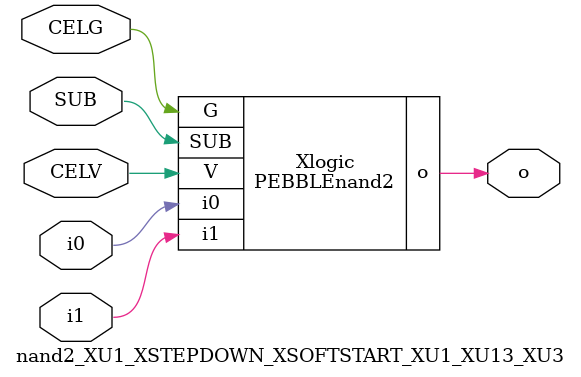
<source format=v>



module PEBBLEnand2 ( o, G, SUB, V, i0, i1 );

  input i0;
  input V;
  input i1;
  input G;
  output o;
  input SUB;
endmodule

//Celera Confidential Do Not Copy nand2_XU1_XSTEPDOWN_XSOFTSTART_XU1_XU13_XU3
//Celera Confidential Symbol Generator
//5V NAND2
module nand2_XU1_XSTEPDOWN_XSOFTSTART_XU1_XU13_XU3 (CELV,CELG,i0,i1,o,SUB);
input CELV;
input CELG;
input i0;
input i1;
input SUB;
output o;

//Celera Confidential Do Not Copy nand2
PEBBLEnand2 Xlogic(
.V (CELV),
.i0 (i0),
.i1 (i1),
.o (o),
.SUB (SUB),
.G (CELG)
);
//,diesize,PEBBLEnand2

//Celera Confidential Do Not Copy Module End
//Celera Schematic Generator
endmodule

</source>
